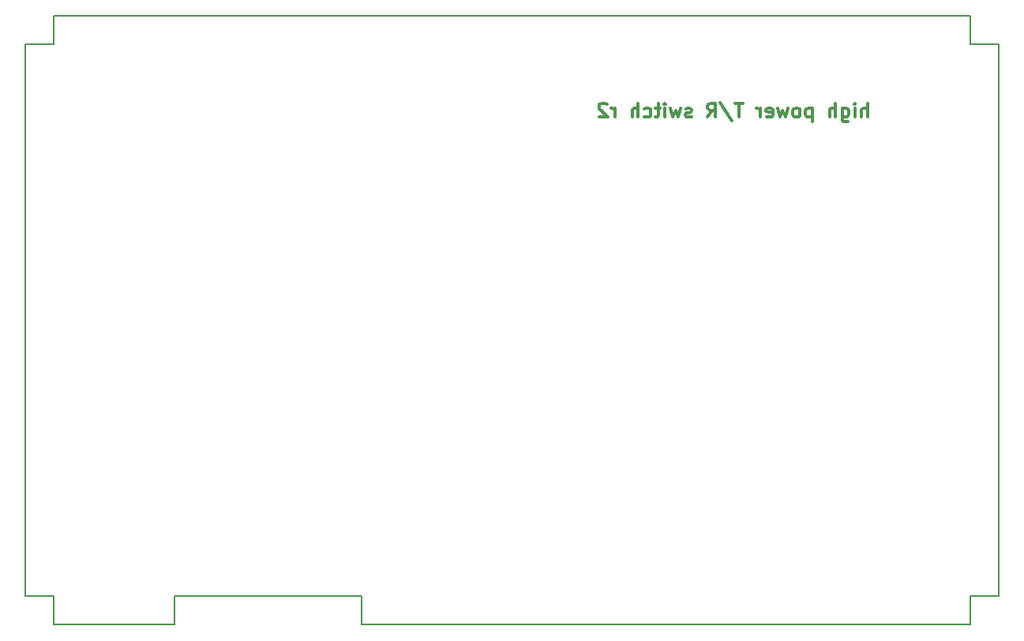
<source format=gbo>
%FSLAX34Y34*%
G04 Gerber Fmt 3.4, Leading zero omitted, Abs format*
G04 (created by PCBNEW (2014-03-19 BZR 4756)-product) date Mon 28 Jul 2014 09:33:57 AM AKDT*
%MOIN*%
G01*
G70*
G90*
G04 APERTURE LIST*
%ADD10C,0.005906*%
%ADD11C,0.007874*%
%ADD12C,0.011811*%
G04 APERTURE END LIST*
G54D10*
G54D11*
X23700Y-11000D02*
X22500Y-11000D01*
X23700Y-9800D02*
X23700Y-11000D01*
X62400Y-9800D02*
X23700Y-9800D01*
X62400Y-11000D02*
X62400Y-9800D01*
X63600Y-11000D02*
X62400Y-11000D01*
X63600Y-34300D02*
X63600Y-11000D01*
X62400Y-34300D02*
X63600Y-34300D01*
X62400Y-35500D02*
X62400Y-34300D01*
X36700Y-35500D02*
X62400Y-35500D01*
X36700Y-34300D02*
X36700Y-35500D01*
X28800Y-34300D02*
X36700Y-34300D01*
X28800Y-35500D02*
X28800Y-34300D01*
X23700Y-35500D02*
X28800Y-35500D01*
X23700Y-34300D02*
X23700Y-35500D01*
X22500Y-34300D02*
X23700Y-34300D01*
X22500Y-11000D02*
X22500Y-34300D01*
G54D12*
X58052Y-14067D02*
X58052Y-13476D01*
X57799Y-14067D02*
X57799Y-13757D01*
X57827Y-13701D01*
X57883Y-13673D01*
X57968Y-13673D01*
X58024Y-13701D01*
X58052Y-13729D01*
X57518Y-14067D02*
X57518Y-13673D01*
X57518Y-13476D02*
X57546Y-13504D01*
X57518Y-13532D01*
X57489Y-13504D01*
X57518Y-13476D01*
X57518Y-13532D01*
X56983Y-13673D02*
X56983Y-14151D01*
X57011Y-14207D01*
X57040Y-14235D01*
X57096Y-14264D01*
X57180Y-14264D01*
X57236Y-14235D01*
X56983Y-14039D02*
X57040Y-14067D01*
X57152Y-14067D01*
X57208Y-14039D01*
X57236Y-14010D01*
X57265Y-13954D01*
X57265Y-13785D01*
X57236Y-13729D01*
X57208Y-13701D01*
X57152Y-13673D01*
X57040Y-13673D01*
X56983Y-13701D01*
X56702Y-14067D02*
X56702Y-13476D01*
X56449Y-14067D02*
X56449Y-13757D01*
X56477Y-13701D01*
X56533Y-13673D01*
X56618Y-13673D01*
X56674Y-13701D01*
X56702Y-13729D01*
X55718Y-13673D02*
X55718Y-14264D01*
X55718Y-13701D02*
X55662Y-13673D01*
X55549Y-13673D01*
X55493Y-13701D01*
X55465Y-13729D01*
X55437Y-13785D01*
X55437Y-13954D01*
X55465Y-14010D01*
X55493Y-14039D01*
X55549Y-14067D01*
X55662Y-14067D01*
X55718Y-14039D01*
X55099Y-14067D02*
X55155Y-14039D01*
X55184Y-14010D01*
X55212Y-13954D01*
X55212Y-13785D01*
X55184Y-13729D01*
X55155Y-13701D01*
X55099Y-13673D01*
X55015Y-13673D01*
X54959Y-13701D01*
X54930Y-13729D01*
X54902Y-13785D01*
X54902Y-13954D01*
X54930Y-14010D01*
X54959Y-14039D01*
X55015Y-14067D01*
X55099Y-14067D01*
X54705Y-13673D02*
X54593Y-14067D01*
X54480Y-13785D01*
X54368Y-14067D01*
X54256Y-13673D01*
X53806Y-14039D02*
X53862Y-14067D01*
X53974Y-14067D01*
X54031Y-14039D01*
X54059Y-13982D01*
X54059Y-13757D01*
X54031Y-13701D01*
X53974Y-13673D01*
X53862Y-13673D01*
X53806Y-13701D01*
X53777Y-13757D01*
X53777Y-13814D01*
X54059Y-13870D01*
X53524Y-14067D02*
X53524Y-13673D01*
X53524Y-13785D02*
X53496Y-13729D01*
X53468Y-13701D01*
X53412Y-13673D01*
X53356Y-13673D01*
X52793Y-13476D02*
X52456Y-13476D01*
X52624Y-14067D02*
X52624Y-13476D01*
X51837Y-13448D02*
X52343Y-14207D01*
X51303Y-14067D02*
X51500Y-13785D01*
X51640Y-14067D02*
X51640Y-13476D01*
X51415Y-13476D01*
X51359Y-13504D01*
X51331Y-13532D01*
X51303Y-13589D01*
X51303Y-13673D01*
X51331Y-13729D01*
X51359Y-13757D01*
X51415Y-13785D01*
X51640Y-13785D01*
X50628Y-14039D02*
X50572Y-14067D01*
X50459Y-14067D01*
X50403Y-14039D01*
X50375Y-13982D01*
X50375Y-13954D01*
X50403Y-13898D01*
X50459Y-13870D01*
X50543Y-13870D01*
X50600Y-13842D01*
X50628Y-13785D01*
X50628Y-13757D01*
X50600Y-13701D01*
X50543Y-13673D01*
X50459Y-13673D01*
X50403Y-13701D01*
X50178Y-13673D02*
X50065Y-14067D01*
X49953Y-13785D01*
X49840Y-14067D01*
X49728Y-13673D01*
X49503Y-14067D02*
X49503Y-13673D01*
X49503Y-13476D02*
X49531Y-13504D01*
X49503Y-13532D01*
X49475Y-13504D01*
X49503Y-13476D01*
X49503Y-13532D01*
X49306Y-13673D02*
X49081Y-13673D01*
X49222Y-13476D02*
X49222Y-13982D01*
X49194Y-14039D01*
X49137Y-14067D01*
X49081Y-14067D01*
X48631Y-14039D02*
X48687Y-14067D01*
X48800Y-14067D01*
X48856Y-14039D01*
X48884Y-14010D01*
X48912Y-13954D01*
X48912Y-13785D01*
X48884Y-13729D01*
X48856Y-13701D01*
X48800Y-13673D01*
X48687Y-13673D01*
X48631Y-13701D01*
X48378Y-14067D02*
X48378Y-13476D01*
X48125Y-14067D02*
X48125Y-13757D01*
X48153Y-13701D01*
X48209Y-13673D01*
X48294Y-13673D01*
X48350Y-13701D01*
X48378Y-13729D01*
X47394Y-14067D02*
X47394Y-13673D01*
X47394Y-13785D02*
X47366Y-13729D01*
X47338Y-13701D01*
X47281Y-13673D01*
X47225Y-13673D01*
X47056Y-13532D02*
X47028Y-13504D01*
X46972Y-13476D01*
X46831Y-13476D01*
X46775Y-13504D01*
X46747Y-13532D01*
X46719Y-13589D01*
X46719Y-13645D01*
X46747Y-13729D01*
X47085Y-14067D01*
X46719Y-14067D01*
M02*

</source>
